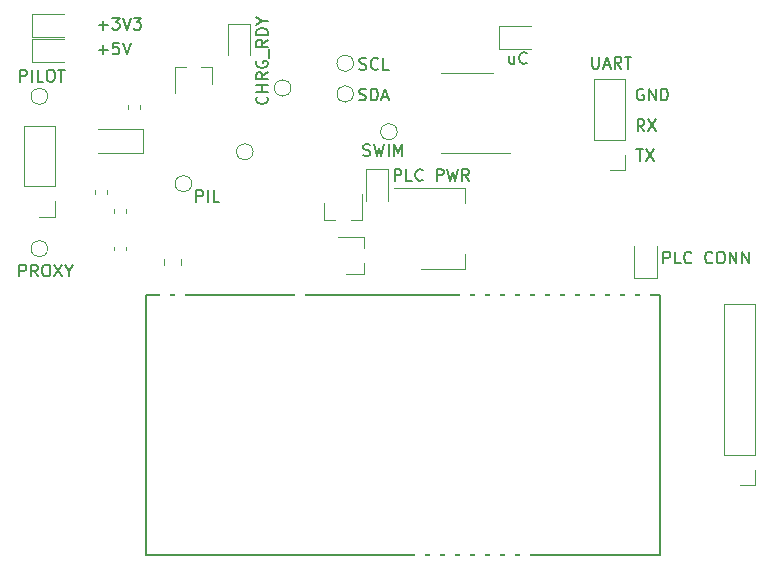
<source format=gbr>
G04 #@! TF.GenerationSoftware,KiCad,Pcbnew,(5.1.6)-1*
G04 #@! TF.CreationDate,2020-06-25T17:10:26+02:00*
G04 #@! TF.ProjectId,plc-EV-rpi,706c632d-4556-42d7-9270-692e6b696361,rev?*
G04 #@! TF.SameCoordinates,Original*
G04 #@! TF.FileFunction,Legend,Top*
G04 #@! TF.FilePolarity,Positive*
%FSLAX46Y46*%
G04 Gerber Fmt 4.6, Leading zero omitted, Abs format (unit mm)*
G04 Created by KiCad (PCBNEW (5.1.6)-1) date 2020-06-25 17:10:26*
%MOMM*%
%LPD*%
G01*
G04 APERTURE LIST*
%ADD10C,0.150000*%
%ADD11C,0.120000*%
%ADD12O,1.800000X1.800000*%
%ADD13R,1.800000X1.800000*%
%ADD14C,1.100000*%
%ADD15R,0.950000X1.800000*%
%ADD16R,2.100000X1.600000*%
%ADD17R,2.100000X3.900000*%
%ADD18R,1.000000X0.900000*%
%ADD19R,0.900000X1.000000*%
%ADD20R,1.200000X1.200000*%
%ADD21C,2.800000*%
G04 APERTURE END LIST*
D10*
X178914285Y-87185714D02*
X178914285Y-87852380D01*
X178485714Y-87185714D02*
X178485714Y-87709523D01*
X178533333Y-87804761D01*
X178628571Y-87852380D01*
X178771428Y-87852380D01*
X178866666Y-87804761D01*
X178914285Y-87757142D01*
X179961904Y-87757142D02*
X179914285Y-87804761D01*
X179771428Y-87852380D01*
X179676190Y-87852380D01*
X179533333Y-87804761D01*
X179438095Y-87709523D01*
X179390476Y-87614285D01*
X179342857Y-87423809D01*
X179342857Y-87280952D01*
X179390476Y-87090476D01*
X179438095Y-86995238D01*
X179533333Y-86900000D01*
X179676190Y-86852380D01*
X179771428Y-86852380D01*
X179914285Y-86900000D01*
X179961904Y-86947619D01*
X189933333Y-93552380D02*
X189600000Y-93076190D01*
X189361904Y-93552380D02*
X189361904Y-92552380D01*
X189742857Y-92552380D01*
X189838095Y-92600000D01*
X189885714Y-92647619D01*
X189933333Y-92742857D01*
X189933333Y-92885714D01*
X189885714Y-92980952D01*
X189838095Y-93028571D01*
X189742857Y-93076190D01*
X189361904Y-93076190D01*
X190266666Y-92552380D02*
X190933333Y-93552380D01*
X190933333Y-92552380D02*
X190266666Y-93552380D01*
X189238095Y-95052380D02*
X189809523Y-95052380D01*
X189523809Y-96052380D02*
X189523809Y-95052380D01*
X190047619Y-95052380D02*
X190714285Y-96052380D01*
X190714285Y-95052380D02*
X190047619Y-96052380D01*
X189838095Y-90000000D02*
X189742857Y-89952380D01*
X189600000Y-89952380D01*
X189457142Y-90000000D01*
X189361904Y-90095238D01*
X189314285Y-90190476D01*
X189266666Y-90380952D01*
X189266666Y-90523809D01*
X189314285Y-90714285D01*
X189361904Y-90809523D01*
X189457142Y-90904761D01*
X189600000Y-90952380D01*
X189695238Y-90952380D01*
X189838095Y-90904761D01*
X189885714Y-90857142D01*
X189885714Y-90523809D01*
X189695238Y-90523809D01*
X190314285Y-90952380D02*
X190314285Y-89952380D01*
X190885714Y-90952380D01*
X190885714Y-89952380D01*
X191361904Y-90952380D02*
X191361904Y-89952380D01*
X191600000Y-89952380D01*
X191742857Y-90000000D01*
X191838095Y-90095238D01*
X191885714Y-90190476D01*
X191933333Y-90380952D01*
X191933333Y-90523809D01*
X191885714Y-90714285D01*
X191838095Y-90809523D01*
X191742857Y-90904761D01*
X191600000Y-90952380D01*
X191361904Y-90952380D01*
X185504761Y-87252380D02*
X185504761Y-88061904D01*
X185552380Y-88157142D01*
X185600000Y-88204761D01*
X185695238Y-88252380D01*
X185885714Y-88252380D01*
X185980952Y-88204761D01*
X186028571Y-88157142D01*
X186076190Y-88061904D01*
X186076190Y-87252380D01*
X186504761Y-87966666D02*
X186980952Y-87966666D01*
X186409523Y-88252380D02*
X186742857Y-87252380D01*
X187076190Y-88252380D01*
X187980952Y-88252380D02*
X187647619Y-87776190D01*
X187409523Y-88252380D02*
X187409523Y-87252380D01*
X187790476Y-87252380D01*
X187885714Y-87300000D01*
X187933333Y-87347619D01*
X187980952Y-87442857D01*
X187980952Y-87585714D01*
X187933333Y-87680952D01*
X187885714Y-87728571D01*
X187790476Y-87776190D01*
X187409523Y-87776190D01*
X188266666Y-87252380D02*
X188838095Y-87252380D01*
X188552380Y-88252380D02*
X188552380Y-87252380D01*
X143714285Y-86671428D02*
X144476190Y-86671428D01*
X144095238Y-87052380D02*
X144095238Y-86290476D01*
X145428571Y-86052380D02*
X144952380Y-86052380D01*
X144904761Y-86528571D01*
X144952380Y-86480952D01*
X145047619Y-86433333D01*
X145285714Y-86433333D01*
X145380952Y-86480952D01*
X145428571Y-86528571D01*
X145476190Y-86623809D01*
X145476190Y-86861904D01*
X145428571Y-86957142D01*
X145380952Y-87004761D01*
X145285714Y-87052380D01*
X145047619Y-87052380D01*
X144952380Y-87004761D01*
X144904761Y-86957142D01*
X145761904Y-86052380D02*
X146095238Y-87052380D01*
X146428571Y-86052380D01*
X143738095Y-84571428D02*
X144500000Y-84571428D01*
X144119047Y-84952380D02*
X144119047Y-84190476D01*
X144880952Y-83952380D02*
X145500000Y-83952380D01*
X145166666Y-84333333D01*
X145309523Y-84333333D01*
X145404761Y-84380952D01*
X145452380Y-84428571D01*
X145500000Y-84523809D01*
X145500000Y-84761904D01*
X145452380Y-84857142D01*
X145404761Y-84904761D01*
X145309523Y-84952380D01*
X145023809Y-84952380D01*
X144928571Y-84904761D01*
X144880952Y-84857142D01*
X145785714Y-83952380D02*
X146119047Y-84952380D01*
X146452380Y-83952380D01*
X146690476Y-83952380D02*
X147309523Y-83952380D01*
X146976190Y-84333333D01*
X147119047Y-84333333D01*
X147214285Y-84380952D01*
X147261904Y-84428571D01*
X147309523Y-84523809D01*
X147309523Y-84761904D01*
X147261904Y-84857142D01*
X147214285Y-84904761D01*
X147119047Y-84952380D01*
X146833333Y-84952380D01*
X146738095Y-84904761D01*
X146690476Y-84857142D01*
X137090476Y-89352380D02*
X137090476Y-88352380D01*
X137471428Y-88352380D01*
X137566666Y-88400000D01*
X137614285Y-88447619D01*
X137661904Y-88542857D01*
X137661904Y-88685714D01*
X137614285Y-88780952D01*
X137566666Y-88828571D01*
X137471428Y-88876190D01*
X137090476Y-88876190D01*
X138090476Y-89352380D02*
X138090476Y-88352380D01*
X139042857Y-89352380D02*
X138566666Y-89352380D01*
X138566666Y-88352380D01*
X139566666Y-88352380D02*
X139757142Y-88352380D01*
X139852380Y-88400000D01*
X139947619Y-88495238D01*
X139995238Y-88685714D01*
X139995238Y-89019047D01*
X139947619Y-89209523D01*
X139852380Y-89304761D01*
X139757142Y-89352380D01*
X139566666Y-89352380D01*
X139471428Y-89304761D01*
X139376190Y-89209523D01*
X139328571Y-89019047D01*
X139328571Y-88685714D01*
X139376190Y-88495238D01*
X139471428Y-88400000D01*
X139566666Y-88352380D01*
X140280952Y-88352380D02*
X140852380Y-88352380D01*
X140566666Y-89352380D02*
X140566666Y-88352380D01*
X137009523Y-105852380D02*
X137009523Y-104852380D01*
X137390476Y-104852380D01*
X137485714Y-104900000D01*
X137533333Y-104947619D01*
X137580952Y-105042857D01*
X137580952Y-105185714D01*
X137533333Y-105280952D01*
X137485714Y-105328571D01*
X137390476Y-105376190D01*
X137009523Y-105376190D01*
X138580952Y-105852380D02*
X138247619Y-105376190D01*
X138009523Y-105852380D02*
X138009523Y-104852380D01*
X138390476Y-104852380D01*
X138485714Y-104900000D01*
X138533333Y-104947619D01*
X138580952Y-105042857D01*
X138580952Y-105185714D01*
X138533333Y-105280952D01*
X138485714Y-105328571D01*
X138390476Y-105376190D01*
X138009523Y-105376190D01*
X139200000Y-104852380D02*
X139390476Y-104852380D01*
X139485714Y-104900000D01*
X139580952Y-104995238D01*
X139628571Y-105185714D01*
X139628571Y-105519047D01*
X139580952Y-105709523D01*
X139485714Y-105804761D01*
X139390476Y-105852380D01*
X139200000Y-105852380D01*
X139104761Y-105804761D01*
X139009523Y-105709523D01*
X138961904Y-105519047D01*
X138961904Y-105185714D01*
X139009523Y-104995238D01*
X139104761Y-104900000D01*
X139200000Y-104852380D01*
X139961904Y-104852380D02*
X140628571Y-105852380D01*
X140628571Y-104852380D02*
X139961904Y-105852380D01*
X141200000Y-105376190D02*
X141200000Y-105852380D01*
X140866666Y-104852380D02*
X141200000Y-105376190D01*
X141533333Y-104852380D01*
X151995238Y-99552380D02*
X151995238Y-98552380D01*
X152376190Y-98552380D01*
X152471428Y-98600000D01*
X152519047Y-98647619D01*
X152566666Y-98742857D01*
X152566666Y-98885714D01*
X152519047Y-98980952D01*
X152471428Y-99028571D01*
X152376190Y-99076190D01*
X151995238Y-99076190D01*
X152995238Y-99552380D02*
X152995238Y-98552380D01*
X153947619Y-99552380D02*
X153471428Y-99552380D01*
X153471428Y-98552380D01*
X157957142Y-90623809D02*
X158004761Y-90671428D01*
X158052380Y-90814285D01*
X158052380Y-90909523D01*
X158004761Y-91052380D01*
X157909523Y-91147619D01*
X157814285Y-91195238D01*
X157623809Y-91242857D01*
X157480952Y-91242857D01*
X157290476Y-91195238D01*
X157195238Y-91147619D01*
X157100000Y-91052380D01*
X157052380Y-90909523D01*
X157052380Y-90814285D01*
X157100000Y-90671428D01*
X157147619Y-90623809D01*
X158052380Y-90195238D02*
X157052380Y-90195238D01*
X157528571Y-90195238D02*
X157528571Y-89623809D01*
X158052380Y-89623809D02*
X157052380Y-89623809D01*
X158052380Y-88576190D02*
X157576190Y-88909523D01*
X158052380Y-89147619D02*
X157052380Y-89147619D01*
X157052380Y-88766666D01*
X157100000Y-88671428D01*
X157147619Y-88623809D01*
X157242857Y-88576190D01*
X157385714Y-88576190D01*
X157480952Y-88623809D01*
X157528571Y-88671428D01*
X157576190Y-88766666D01*
X157576190Y-89147619D01*
X157100000Y-87623809D02*
X157052380Y-87719047D01*
X157052380Y-87861904D01*
X157100000Y-88004761D01*
X157195238Y-88100000D01*
X157290476Y-88147619D01*
X157480952Y-88195238D01*
X157623809Y-88195238D01*
X157814285Y-88147619D01*
X157909523Y-88100000D01*
X158004761Y-88004761D01*
X158052380Y-87861904D01*
X158052380Y-87766666D01*
X158004761Y-87623809D01*
X157957142Y-87576190D01*
X157623809Y-87576190D01*
X157623809Y-87766666D01*
X158147619Y-87385714D02*
X158147619Y-86623809D01*
X158052380Y-85814285D02*
X157576190Y-86147619D01*
X158052380Y-86385714D02*
X157052380Y-86385714D01*
X157052380Y-86004761D01*
X157100000Y-85909523D01*
X157147619Y-85861904D01*
X157242857Y-85814285D01*
X157385714Y-85814285D01*
X157480952Y-85861904D01*
X157528571Y-85909523D01*
X157576190Y-86004761D01*
X157576190Y-86385714D01*
X158052380Y-85385714D02*
X157052380Y-85385714D01*
X157052380Y-85147619D01*
X157100000Y-85004761D01*
X157195238Y-84909523D01*
X157290476Y-84861904D01*
X157480952Y-84814285D01*
X157623809Y-84814285D01*
X157814285Y-84861904D01*
X157909523Y-84909523D01*
X158004761Y-85004761D01*
X158052380Y-85147619D01*
X158052380Y-85385714D01*
X157576190Y-84195238D02*
X158052380Y-84195238D01*
X157052380Y-84528571D02*
X157576190Y-84195238D01*
X157052380Y-83861904D01*
X165809523Y-88304761D02*
X165952380Y-88352380D01*
X166190476Y-88352380D01*
X166285714Y-88304761D01*
X166333333Y-88257142D01*
X166380952Y-88161904D01*
X166380952Y-88066666D01*
X166333333Y-87971428D01*
X166285714Y-87923809D01*
X166190476Y-87876190D01*
X166000000Y-87828571D01*
X165904761Y-87780952D01*
X165857142Y-87733333D01*
X165809523Y-87638095D01*
X165809523Y-87542857D01*
X165857142Y-87447619D01*
X165904761Y-87400000D01*
X166000000Y-87352380D01*
X166238095Y-87352380D01*
X166380952Y-87400000D01*
X167380952Y-88257142D02*
X167333333Y-88304761D01*
X167190476Y-88352380D01*
X167095238Y-88352380D01*
X166952380Y-88304761D01*
X166857142Y-88209523D01*
X166809523Y-88114285D01*
X166761904Y-87923809D01*
X166761904Y-87780952D01*
X166809523Y-87590476D01*
X166857142Y-87495238D01*
X166952380Y-87400000D01*
X167095238Y-87352380D01*
X167190476Y-87352380D01*
X167333333Y-87400000D01*
X167380952Y-87447619D01*
X168285714Y-88352380D02*
X167809523Y-88352380D01*
X167809523Y-87352380D01*
X165785714Y-90904761D02*
X165928571Y-90952380D01*
X166166666Y-90952380D01*
X166261904Y-90904761D01*
X166309523Y-90857142D01*
X166357142Y-90761904D01*
X166357142Y-90666666D01*
X166309523Y-90571428D01*
X166261904Y-90523809D01*
X166166666Y-90476190D01*
X165976190Y-90428571D01*
X165880952Y-90380952D01*
X165833333Y-90333333D01*
X165785714Y-90238095D01*
X165785714Y-90142857D01*
X165833333Y-90047619D01*
X165880952Y-90000000D01*
X165976190Y-89952380D01*
X166214285Y-89952380D01*
X166357142Y-90000000D01*
X166785714Y-90952380D02*
X166785714Y-89952380D01*
X167023809Y-89952380D01*
X167166666Y-90000000D01*
X167261904Y-90095238D01*
X167309523Y-90190476D01*
X167357142Y-90380952D01*
X167357142Y-90523809D01*
X167309523Y-90714285D01*
X167261904Y-90809523D01*
X167166666Y-90904761D01*
X167023809Y-90952380D01*
X166785714Y-90952380D01*
X167738095Y-90666666D02*
X168214285Y-90666666D01*
X167642857Y-90952380D02*
X167976190Y-89952380D01*
X168309523Y-90952380D01*
X166133333Y-95604761D02*
X166276190Y-95652380D01*
X166514285Y-95652380D01*
X166609523Y-95604761D01*
X166657142Y-95557142D01*
X166704761Y-95461904D01*
X166704761Y-95366666D01*
X166657142Y-95271428D01*
X166609523Y-95223809D01*
X166514285Y-95176190D01*
X166323809Y-95128571D01*
X166228571Y-95080952D01*
X166180952Y-95033333D01*
X166133333Y-94938095D01*
X166133333Y-94842857D01*
X166180952Y-94747619D01*
X166228571Y-94700000D01*
X166323809Y-94652380D01*
X166561904Y-94652380D01*
X166704761Y-94700000D01*
X167038095Y-94652380D02*
X167276190Y-95652380D01*
X167466666Y-94938095D01*
X167657142Y-95652380D01*
X167895238Y-94652380D01*
X168276190Y-95652380D02*
X168276190Y-94652380D01*
X168752380Y-95652380D02*
X168752380Y-94652380D01*
X169085714Y-95366666D01*
X169419047Y-94652380D01*
X169419047Y-95652380D01*
X168780952Y-97752380D02*
X168780952Y-96752380D01*
X169161904Y-96752380D01*
X169257142Y-96800000D01*
X169304761Y-96847619D01*
X169352380Y-96942857D01*
X169352380Y-97085714D01*
X169304761Y-97180952D01*
X169257142Y-97228571D01*
X169161904Y-97276190D01*
X168780952Y-97276190D01*
X170257142Y-97752380D02*
X169780952Y-97752380D01*
X169780952Y-96752380D01*
X171161904Y-97657142D02*
X171114285Y-97704761D01*
X170971428Y-97752380D01*
X170876190Y-97752380D01*
X170733333Y-97704761D01*
X170638095Y-97609523D01*
X170590476Y-97514285D01*
X170542857Y-97323809D01*
X170542857Y-97180952D01*
X170590476Y-96990476D01*
X170638095Y-96895238D01*
X170733333Y-96800000D01*
X170876190Y-96752380D01*
X170971428Y-96752380D01*
X171114285Y-96800000D01*
X171161904Y-96847619D01*
X172352380Y-97752380D02*
X172352380Y-96752380D01*
X172733333Y-96752380D01*
X172828571Y-96800000D01*
X172876190Y-96847619D01*
X172923809Y-96942857D01*
X172923809Y-97085714D01*
X172876190Y-97180952D01*
X172828571Y-97228571D01*
X172733333Y-97276190D01*
X172352380Y-97276190D01*
X173257142Y-96752380D02*
X173495238Y-97752380D01*
X173685714Y-97038095D01*
X173876190Y-97752380D01*
X174114285Y-96752380D01*
X175066666Y-97752380D02*
X174733333Y-97276190D01*
X174495238Y-97752380D02*
X174495238Y-96752380D01*
X174876190Y-96752380D01*
X174971428Y-96800000D01*
X175019047Y-96847619D01*
X175066666Y-96942857D01*
X175066666Y-97085714D01*
X175019047Y-97180952D01*
X174971428Y-97228571D01*
X174876190Y-97276190D01*
X174495238Y-97276190D01*
X191535595Y-104752380D02*
X191535595Y-103752380D01*
X191916547Y-103752380D01*
X192011785Y-103800000D01*
X192059404Y-103847619D01*
X192107023Y-103942857D01*
X192107023Y-104085714D01*
X192059404Y-104180952D01*
X192011785Y-104228571D01*
X191916547Y-104276190D01*
X191535595Y-104276190D01*
X193011785Y-104752380D02*
X192535595Y-104752380D01*
X192535595Y-103752380D01*
X193916547Y-104657142D02*
X193868928Y-104704761D01*
X193726071Y-104752380D01*
X193630833Y-104752380D01*
X193487976Y-104704761D01*
X193392738Y-104609523D01*
X193345119Y-104514285D01*
X193297500Y-104323809D01*
X193297500Y-104180952D01*
X193345119Y-103990476D01*
X193392738Y-103895238D01*
X193487976Y-103800000D01*
X193630833Y-103752380D01*
X193726071Y-103752380D01*
X193868928Y-103800000D01*
X193916547Y-103847619D01*
X195678452Y-104657142D02*
X195630833Y-104704761D01*
X195487976Y-104752380D01*
X195392738Y-104752380D01*
X195249880Y-104704761D01*
X195154642Y-104609523D01*
X195107023Y-104514285D01*
X195059404Y-104323809D01*
X195059404Y-104180952D01*
X195107023Y-103990476D01*
X195154642Y-103895238D01*
X195249880Y-103800000D01*
X195392738Y-103752380D01*
X195487976Y-103752380D01*
X195630833Y-103800000D01*
X195678452Y-103847619D01*
X196297500Y-103752380D02*
X196487976Y-103752380D01*
X196583214Y-103800000D01*
X196678452Y-103895238D01*
X196726071Y-104085714D01*
X196726071Y-104419047D01*
X196678452Y-104609523D01*
X196583214Y-104704761D01*
X196487976Y-104752380D01*
X196297500Y-104752380D01*
X196202261Y-104704761D01*
X196107023Y-104609523D01*
X196059404Y-104419047D01*
X196059404Y-104085714D01*
X196107023Y-103895238D01*
X196202261Y-103800000D01*
X196297500Y-103752380D01*
X197154642Y-104752380D02*
X197154642Y-103752380D01*
X197726071Y-104752380D01*
X197726071Y-103752380D01*
X198202261Y-104752380D02*
X198202261Y-103752380D01*
X198773690Y-104752380D01*
X198773690Y-103752380D01*
D11*
G04 #@! TO.C,J601*
X188330000Y-89130000D02*
X185670000Y-89130000D01*
X188330000Y-94270000D02*
X188330000Y-89130000D01*
X185670000Y-94270000D02*
X185670000Y-89130000D01*
X188330000Y-94270000D02*
X185670000Y-94270000D01*
X188330000Y-95540000D02*
X188330000Y-96870000D01*
X188330000Y-96870000D02*
X187000000Y-96870000D01*
G04 #@! TO.C,D601*
X180337500Y-84640000D02*
X177652500Y-84640000D01*
X177652500Y-84640000D02*
X177652500Y-86560000D01*
X177652500Y-86560000D02*
X180337500Y-86560000D01*
G04 #@! TO.C,TP603*
X169000000Y-93600000D02*
G75*
G03*
X169000000Y-93600000I-700000J0D01*
G01*
G04 #@! TO.C,TP602*
X165300000Y-90400000D02*
G75*
G03*
X165300000Y-90400000I-700000J0D01*
G01*
G04 #@! TO.C,TP601*
X165300000Y-87800000D02*
G75*
G03*
X165300000Y-87800000I-700000J0D01*
G01*
G04 #@! TO.C,TP401*
X139400000Y-103500000D02*
G75*
G03*
X139400000Y-103500000I-700000J0D01*
G01*
G04 #@! TO.C,TP304*
X156800000Y-95300000D02*
G75*
G03*
X156800000Y-95300000I-700000J0D01*
G01*
G04 #@! TO.C,TP303*
X151600000Y-98000000D02*
G75*
G03*
X151600000Y-98000000I-700000J0D01*
G01*
G04 #@! TO.C,TP302*
X160000000Y-89900000D02*
G75*
G03*
X160000000Y-89900000I-700000J0D01*
G01*
G04 #@! TO.C,TP301*
X139400000Y-90600000D02*
G75*
G03*
X139400000Y-90600000I-700000J0D01*
G01*
G04 #@! TO.C,U601*
X174937500Y-88590000D02*
X172737500Y-88590000D01*
X174937500Y-88590000D02*
X177137500Y-88590000D01*
X174937500Y-95360000D02*
X172737500Y-95360000D01*
X174937500Y-95360000D02*
X178537500Y-95360000D01*
D10*
G04 #@! TO.C,U502*
X191250000Y-107400000D02*
X147750000Y-107400000D01*
X191250000Y-129400000D02*
X191250000Y-107400000D01*
X147750000Y-129400000D02*
X191250000Y-129400000D01*
X147750000Y-107400000D02*
X147750000Y-129400000D01*
D11*
G04 #@! TO.C,U501*
X174760000Y-105210000D02*
X174760000Y-103950000D01*
X174760000Y-98390000D02*
X174760000Y-99650000D01*
X171000000Y-105210000D02*
X174760000Y-105210000D01*
X168750000Y-98390000D02*
X174760000Y-98390000D01*
G04 #@! TO.C,R508*
X149290000Y-104921078D02*
X149290000Y-104403922D01*
X150710000Y-104921078D02*
X150710000Y-104403922D01*
G04 #@! TO.C,R404*
X146010000Y-103324721D02*
X146010000Y-103650279D01*
X144990000Y-103324721D02*
X144990000Y-103650279D01*
G04 #@! TO.C,R403*
X146010000Y-100149721D02*
X146010000Y-100475279D01*
X144990000Y-100149721D02*
X144990000Y-100475279D01*
G04 #@! TO.C,R402*
X144410000Y-98537221D02*
X144410000Y-98862779D01*
X143390000Y-98537221D02*
X143390000Y-98862779D01*
G04 #@! TO.C,R303*
X147210000Y-91349721D02*
X147210000Y-91675279D01*
X146190000Y-91349721D02*
X146190000Y-91675279D01*
G04 #@! TO.C,Q502*
X166160000Y-105680000D02*
X166160000Y-104750000D01*
X166160000Y-102520000D02*
X166160000Y-103450000D01*
X166160000Y-102520000D02*
X164000000Y-102520000D01*
X166160000Y-105680000D02*
X164700000Y-105680000D01*
G04 #@! TO.C,Q501*
X162820000Y-101060000D02*
X163750000Y-101060000D01*
X165980000Y-101060000D02*
X165050000Y-101060000D01*
X165980000Y-101060000D02*
X165980000Y-98900000D01*
X162820000Y-101060000D02*
X162820000Y-99600000D01*
G04 #@! TO.C,Q301*
X153330000Y-88140000D02*
X152400000Y-88140000D01*
X150170000Y-88140000D02*
X151100000Y-88140000D01*
X150170000Y-88140000D02*
X150170000Y-90300000D01*
X153330000Y-88140000D02*
X153330000Y-89600000D01*
G04 #@! TO.C,J501*
X199330000Y-108170000D02*
X196670000Y-108170000D01*
X199330000Y-120930000D02*
X199330000Y-108170000D01*
X196670000Y-120930000D02*
X196670000Y-108170000D01*
X199330000Y-120930000D02*
X196670000Y-120930000D01*
X199330000Y-122200000D02*
X199330000Y-123530000D01*
X199330000Y-123530000D02*
X198000000Y-123530000D01*
G04 #@! TO.C,J101*
X140030000Y-93090000D02*
X137370000Y-93090000D01*
X140030000Y-98230000D02*
X140030000Y-93090000D01*
X137370000Y-98230000D02*
X137370000Y-93090000D01*
X140030000Y-98230000D02*
X137370000Y-98230000D01*
X140030000Y-99500000D02*
X140030000Y-100830000D01*
X140030000Y-100830000D02*
X138700000Y-100830000D01*
G04 #@! TO.C,D502*
X168260000Y-99437500D02*
X168260000Y-96752500D01*
X168260000Y-96752500D02*
X166340000Y-96752500D01*
X166340000Y-96752500D02*
X166340000Y-99437500D01*
G04 #@! TO.C,D501*
X189040000Y-103262500D02*
X189040000Y-105947500D01*
X189040000Y-105947500D02*
X190960000Y-105947500D01*
X190960000Y-105947500D02*
X190960000Y-103262500D01*
G04 #@! TO.C,D301*
X147500000Y-95400000D02*
X147500000Y-93400000D01*
X147500000Y-93400000D02*
X143650000Y-93400000D01*
X147500000Y-95400000D02*
X143650000Y-95400000D01*
G04 #@! TO.C,D203*
X140762500Y-85740000D02*
X138077500Y-85740000D01*
X138077500Y-85740000D02*
X138077500Y-87660000D01*
X138077500Y-87660000D02*
X140762500Y-87660000D01*
G04 #@! TO.C,D202*
X140762500Y-83640000D02*
X138077500Y-83640000D01*
X138077500Y-83640000D02*
X138077500Y-85560000D01*
X138077500Y-85560000D02*
X140762500Y-85560000D01*
G04 #@! TO.C,D201*
X156560000Y-87137500D02*
X156560000Y-84452500D01*
X156560000Y-84452500D02*
X154640000Y-84452500D01*
X154640000Y-84452500D02*
X154640000Y-87137500D01*
G04 #@! TD*
%LPC*%
G04 #@! TO.C,R601*
G36*
G01*
X182097500Y-91675000D02*
X181702500Y-91675000D01*
G75*
G02*
X181530000Y-91502500I0J172500D01*
G01*
X181530000Y-91157500D01*
G75*
G02*
X181702500Y-90985000I172500J0D01*
G01*
X182097500Y-90985000D01*
G75*
G02*
X182270000Y-91157500I0J-172500D01*
G01*
X182270000Y-91502500D01*
G75*
G02*
X182097500Y-91675000I-172500J0D01*
G01*
G37*
G36*
G01*
X182097500Y-92645000D02*
X181702500Y-92645000D01*
G75*
G02*
X181530000Y-92472500I0J172500D01*
G01*
X181530000Y-92127500D01*
G75*
G02*
X181702500Y-91955000I172500J0D01*
G01*
X182097500Y-91955000D01*
G75*
G02*
X182270000Y-92127500I0J-172500D01*
G01*
X182270000Y-92472500D01*
G75*
G02*
X182097500Y-92645000I-172500J0D01*
G01*
G37*
G04 #@! TD*
D12*
G04 #@! TO.C,J601*
X187000000Y-90460000D03*
X187000000Y-93000000D03*
D13*
X187000000Y-95540000D03*
G04 #@! TD*
G04 #@! TO.C,D601*
G36*
G01*
X179737500Y-86081250D02*
X179737500Y-85118750D01*
G75*
G02*
X180006250Y-84850000I268750J0D01*
G01*
X180543750Y-84850000D01*
G75*
G02*
X180812500Y-85118750I0J-268750D01*
G01*
X180812500Y-86081250D01*
G75*
G02*
X180543750Y-86350000I-268750J0D01*
G01*
X180006250Y-86350000D01*
G75*
G02*
X179737500Y-86081250I0J268750D01*
G01*
G37*
G36*
G01*
X177862500Y-86081250D02*
X177862500Y-85118750D01*
G75*
G02*
X178131250Y-84850000I268750J0D01*
G01*
X178668750Y-84850000D01*
G75*
G02*
X178937500Y-85118750I0J-268750D01*
G01*
X178937500Y-86081250D01*
G75*
G02*
X178668750Y-86350000I-268750J0D01*
G01*
X178131250Y-86350000D01*
G75*
G02*
X177862500Y-86081250I0J268750D01*
G01*
G37*
G04 #@! TD*
D14*
G04 #@! TO.C,TP603*
X168300000Y-93600000D03*
G04 #@! TD*
G04 #@! TO.C,TP602*
X164600000Y-90400000D03*
G04 #@! TD*
G04 #@! TO.C,TP601*
X164600000Y-87800000D03*
G04 #@! TD*
G04 #@! TO.C,TP401*
X138700000Y-103500000D03*
G04 #@! TD*
G04 #@! TO.C,TP304*
X156100000Y-95300000D03*
G04 #@! TD*
G04 #@! TO.C,TP303*
X150900000Y-98000000D03*
G04 #@! TD*
G04 #@! TO.C,TP302*
X159300000Y-89900000D03*
G04 #@! TD*
G04 #@! TO.C,TP301*
X138700000Y-90600000D03*
G04 #@! TD*
G04 #@! TO.C,U601*
G36*
G01*
X172862500Y-94775000D02*
X172862500Y-95025000D01*
G75*
G02*
X172737500Y-95150000I-125000J0D01*
G01*
X171412500Y-95150000D01*
G75*
G02*
X171287500Y-95025000I0J125000D01*
G01*
X171287500Y-94775000D01*
G75*
G02*
X171412500Y-94650000I125000J0D01*
G01*
X172737500Y-94650000D01*
G75*
G02*
X172862500Y-94775000I0J-125000D01*
G01*
G37*
G36*
G01*
X172862500Y-94125000D02*
X172862500Y-94375000D01*
G75*
G02*
X172737500Y-94500000I-125000J0D01*
G01*
X171412500Y-94500000D01*
G75*
G02*
X171287500Y-94375000I0J125000D01*
G01*
X171287500Y-94125000D01*
G75*
G02*
X171412500Y-94000000I125000J0D01*
G01*
X172737500Y-94000000D01*
G75*
G02*
X172862500Y-94125000I0J-125000D01*
G01*
G37*
G36*
G01*
X172862500Y-93475000D02*
X172862500Y-93725000D01*
G75*
G02*
X172737500Y-93850000I-125000J0D01*
G01*
X171412500Y-93850000D01*
G75*
G02*
X171287500Y-93725000I0J125000D01*
G01*
X171287500Y-93475000D01*
G75*
G02*
X171412500Y-93350000I125000J0D01*
G01*
X172737500Y-93350000D01*
G75*
G02*
X172862500Y-93475000I0J-125000D01*
G01*
G37*
G36*
G01*
X172862500Y-92825000D02*
X172862500Y-93075000D01*
G75*
G02*
X172737500Y-93200000I-125000J0D01*
G01*
X171412500Y-93200000D01*
G75*
G02*
X171287500Y-93075000I0J125000D01*
G01*
X171287500Y-92825000D01*
G75*
G02*
X171412500Y-92700000I125000J0D01*
G01*
X172737500Y-92700000D01*
G75*
G02*
X172862500Y-92825000I0J-125000D01*
G01*
G37*
G36*
G01*
X172862500Y-92175000D02*
X172862500Y-92425000D01*
G75*
G02*
X172737500Y-92550000I-125000J0D01*
G01*
X171412500Y-92550000D01*
G75*
G02*
X171287500Y-92425000I0J125000D01*
G01*
X171287500Y-92175000D01*
G75*
G02*
X171412500Y-92050000I125000J0D01*
G01*
X172737500Y-92050000D01*
G75*
G02*
X172862500Y-92175000I0J-125000D01*
G01*
G37*
G36*
G01*
X172862500Y-91525000D02*
X172862500Y-91775000D01*
G75*
G02*
X172737500Y-91900000I-125000J0D01*
G01*
X171412500Y-91900000D01*
G75*
G02*
X171287500Y-91775000I0J125000D01*
G01*
X171287500Y-91525000D01*
G75*
G02*
X171412500Y-91400000I125000J0D01*
G01*
X172737500Y-91400000D01*
G75*
G02*
X172862500Y-91525000I0J-125000D01*
G01*
G37*
G36*
G01*
X172862500Y-90875000D02*
X172862500Y-91125000D01*
G75*
G02*
X172737500Y-91250000I-125000J0D01*
G01*
X171412500Y-91250000D01*
G75*
G02*
X171287500Y-91125000I0J125000D01*
G01*
X171287500Y-90875000D01*
G75*
G02*
X171412500Y-90750000I125000J0D01*
G01*
X172737500Y-90750000D01*
G75*
G02*
X172862500Y-90875000I0J-125000D01*
G01*
G37*
G36*
G01*
X172862500Y-90225000D02*
X172862500Y-90475000D01*
G75*
G02*
X172737500Y-90600000I-125000J0D01*
G01*
X171412500Y-90600000D01*
G75*
G02*
X171287500Y-90475000I0J125000D01*
G01*
X171287500Y-90225000D01*
G75*
G02*
X171412500Y-90100000I125000J0D01*
G01*
X172737500Y-90100000D01*
G75*
G02*
X172862500Y-90225000I0J-125000D01*
G01*
G37*
G36*
G01*
X172862500Y-89575000D02*
X172862500Y-89825000D01*
G75*
G02*
X172737500Y-89950000I-125000J0D01*
G01*
X171412500Y-89950000D01*
G75*
G02*
X171287500Y-89825000I0J125000D01*
G01*
X171287500Y-89575000D01*
G75*
G02*
X171412500Y-89450000I125000J0D01*
G01*
X172737500Y-89450000D01*
G75*
G02*
X172862500Y-89575000I0J-125000D01*
G01*
G37*
G36*
G01*
X172862500Y-88925000D02*
X172862500Y-89175000D01*
G75*
G02*
X172737500Y-89300000I-125000J0D01*
G01*
X171412500Y-89300000D01*
G75*
G02*
X171287500Y-89175000I0J125000D01*
G01*
X171287500Y-88925000D01*
G75*
G02*
X171412500Y-88800000I125000J0D01*
G01*
X172737500Y-88800000D01*
G75*
G02*
X172862500Y-88925000I0J-125000D01*
G01*
G37*
G36*
G01*
X178587500Y-88925000D02*
X178587500Y-89175000D01*
G75*
G02*
X178462500Y-89300000I-125000J0D01*
G01*
X177137500Y-89300000D01*
G75*
G02*
X177012500Y-89175000I0J125000D01*
G01*
X177012500Y-88925000D01*
G75*
G02*
X177137500Y-88800000I125000J0D01*
G01*
X178462500Y-88800000D01*
G75*
G02*
X178587500Y-88925000I0J-125000D01*
G01*
G37*
G36*
G01*
X178587500Y-89575000D02*
X178587500Y-89825000D01*
G75*
G02*
X178462500Y-89950000I-125000J0D01*
G01*
X177137500Y-89950000D01*
G75*
G02*
X177012500Y-89825000I0J125000D01*
G01*
X177012500Y-89575000D01*
G75*
G02*
X177137500Y-89450000I125000J0D01*
G01*
X178462500Y-89450000D01*
G75*
G02*
X178587500Y-89575000I0J-125000D01*
G01*
G37*
G36*
G01*
X178587500Y-90225000D02*
X178587500Y-90475000D01*
G75*
G02*
X178462500Y-90600000I-125000J0D01*
G01*
X177137500Y-90600000D01*
G75*
G02*
X177012500Y-90475000I0J125000D01*
G01*
X177012500Y-90225000D01*
G75*
G02*
X177137500Y-90100000I125000J0D01*
G01*
X178462500Y-90100000D01*
G75*
G02*
X178587500Y-90225000I0J-125000D01*
G01*
G37*
G36*
G01*
X178587500Y-90875000D02*
X178587500Y-91125000D01*
G75*
G02*
X178462500Y-91250000I-125000J0D01*
G01*
X177137500Y-91250000D01*
G75*
G02*
X177012500Y-91125000I0J125000D01*
G01*
X177012500Y-90875000D01*
G75*
G02*
X177137500Y-90750000I125000J0D01*
G01*
X178462500Y-90750000D01*
G75*
G02*
X178587500Y-90875000I0J-125000D01*
G01*
G37*
G36*
G01*
X178587500Y-91525000D02*
X178587500Y-91775000D01*
G75*
G02*
X178462500Y-91900000I-125000J0D01*
G01*
X177137500Y-91900000D01*
G75*
G02*
X177012500Y-91775000I0J125000D01*
G01*
X177012500Y-91525000D01*
G75*
G02*
X177137500Y-91400000I125000J0D01*
G01*
X178462500Y-91400000D01*
G75*
G02*
X178587500Y-91525000I0J-125000D01*
G01*
G37*
G36*
G01*
X178587500Y-92175000D02*
X178587500Y-92425000D01*
G75*
G02*
X178462500Y-92550000I-125000J0D01*
G01*
X177137500Y-92550000D01*
G75*
G02*
X177012500Y-92425000I0J125000D01*
G01*
X177012500Y-92175000D01*
G75*
G02*
X177137500Y-92050000I125000J0D01*
G01*
X178462500Y-92050000D01*
G75*
G02*
X178587500Y-92175000I0J-125000D01*
G01*
G37*
G36*
G01*
X178587500Y-92825000D02*
X178587500Y-93075000D01*
G75*
G02*
X178462500Y-93200000I-125000J0D01*
G01*
X177137500Y-93200000D01*
G75*
G02*
X177012500Y-93075000I0J125000D01*
G01*
X177012500Y-92825000D01*
G75*
G02*
X177137500Y-92700000I125000J0D01*
G01*
X178462500Y-92700000D01*
G75*
G02*
X178587500Y-92825000I0J-125000D01*
G01*
G37*
G36*
G01*
X178587500Y-93475000D02*
X178587500Y-93725000D01*
G75*
G02*
X178462500Y-93850000I-125000J0D01*
G01*
X177137500Y-93850000D01*
G75*
G02*
X177012500Y-93725000I0J125000D01*
G01*
X177012500Y-93475000D01*
G75*
G02*
X177137500Y-93350000I125000J0D01*
G01*
X178462500Y-93350000D01*
G75*
G02*
X178587500Y-93475000I0J-125000D01*
G01*
G37*
G36*
G01*
X178587500Y-94125000D02*
X178587500Y-94375000D01*
G75*
G02*
X178462500Y-94500000I-125000J0D01*
G01*
X177137500Y-94500000D01*
G75*
G02*
X177012500Y-94375000I0J125000D01*
G01*
X177012500Y-94125000D01*
G75*
G02*
X177137500Y-94000000I125000J0D01*
G01*
X178462500Y-94000000D01*
G75*
G02*
X178587500Y-94125000I0J-125000D01*
G01*
G37*
G36*
G01*
X178587500Y-94775000D02*
X178587500Y-95025000D01*
G75*
G02*
X178462500Y-95150000I-125000J0D01*
G01*
X177137500Y-95150000D01*
G75*
G02*
X177012500Y-95025000I0J125000D01*
G01*
X177012500Y-94775000D01*
G75*
G02*
X177137500Y-94650000I125000J0D01*
G01*
X178462500Y-94650000D01*
G75*
G02*
X178587500Y-94775000I0J-125000D01*
G01*
G37*
G04 #@! TD*
D15*
G04 #@! TO.C,U502*
X179820000Y-129060000D03*
X178550000Y-129060000D03*
X177280000Y-129060000D03*
X176010000Y-129060000D03*
X174740000Y-129060000D03*
X173470000Y-129060000D03*
X172200000Y-129060000D03*
X170930000Y-129060000D03*
X149340000Y-107740000D03*
X150610000Y-107740000D03*
X160770000Y-107740000D03*
X174740000Y-107740000D03*
X176010000Y-107740000D03*
X177280000Y-107740000D03*
X178550000Y-107740000D03*
X179820000Y-107740000D03*
X181090000Y-107740000D03*
X182360000Y-107740000D03*
X183630000Y-107740000D03*
X184900000Y-107740000D03*
X186170000Y-107740000D03*
X187440000Y-107740000D03*
X188710000Y-107740000D03*
X189980000Y-107740000D03*
G04 #@! TD*
D16*
G04 #@! TO.C,U501*
X169700000Y-99500000D03*
X169700000Y-104100000D03*
X169700000Y-101800000D03*
D17*
X176000000Y-101800000D03*
G04 #@! TD*
G04 #@! TO.C,R509*
G36*
G01*
X167997500Y-101175000D02*
X167602500Y-101175000D01*
G75*
G02*
X167430000Y-101002500I0J172500D01*
G01*
X167430000Y-100657500D01*
G75*
G02*
X167602500Y-100485000I172500J0D01*
G01*
X167997500Y-100485000D01*
G75*
G02*
X168170000Y-100657500I0J-172500D01*
G01*
X168170000Y-101002500D01*
G75*
G02*
X167997500Y-101175000I-172500J0D01*
G01*
G37*
G36*
G01*
X167997500Y-102145000D02*
X167602500Y-102145000D01*
G75*
G02*
X167430000Y-101972500I0J172500D01*
G01*
X167430000Y-101627500D01*
G75*
G02*
X167602500Y-101455000I172500J0D01*
G01*
X167997500Y-101455000D01*
G75*
G02*
X168170000Y-101627500I0J-172500D01*
G01*
X168170000Y-101972500D01*
G75*
G02*
X167997500Y-102145000I-172500J0D01*
G01*
G37*
G04 #@! TD*
G04 #@! TO.C,R508*
G36*
G01*
X150481250Y-104262500D02*
X149518750Y-104262500D01*
G75*
G02*
X149250000Y-103993750I0J268750D01*
G01*
X149250000Y-103456250D01*
G75*
G02*
X149518750Y-103187500I268750J0D01*
G01*
X150481250Y-103187500D01*
G75*
G02*
X150750000Y-103456250I0J-268750D01*
G01*
X150750000Y-103993750D01*
G75*
G02*
X150481250Y-104262500I-268750J0D01*
G01*
G37*
G36*
G01*
X150481250Y-106137500D02*
X149518750Y-106137500D01*
G75*
G02*
X149250000Y-105868750I0J268750D01*
G01*
X149250000Y-105331250D01*
G75*
G02*
X149518750Y-105062500I268750J0D01*
G01*
X150481250Y-105062500D01*
G75*
G02*
X150750000Y-105331250I0J-268750D01*
G01*
X150750000Y-105868750D01*
G75*
G02*
X150481250Y-106137500I-268750J0D01*
G01*
G37*
G04 #@! TD*
G04 #@! TO.C,R507*
G36*
G01*
X174060000Y-105802500D02*
X174060000Y-106197500D01*
G75*
G02*
X173887500Y-106370000I-172500J0D01*
G01*
X173542500Y-106370000D01*
G75*
G02*
X173370000Y-106197500I0J172500D01*
G01*
X173370000Y-105802500D01*
G75*
G02*
X173542500Y-105630000I172500J0D01*
G01*
X173887500Y-105630000D01*
G75*
G02*
X174060000Y-105802500I0J-172500D01*
G01*
G37*
G36*
G01*
X175030000Y-105802500D02*
X175030000Y-106197500D01*
G75*
G02*
X174857500Y-106370000I-172500J0D01*
G01*
X174512500Y-106370000D01*
G75*
G02*
X174340000Y-106197500I0J172500D01*
G01*
X174340000Y-105802500D01*
G75*
G02*
X174512500Y-105630000I172500J0D01*
G01*
X174857500Y-105630000D01*
G75*
G02*
X175030000Y-105802500I0J-172500D01*
G01*
G37*
G04 #@! TD*
G04 #@! TO.C,R506*
G36*
G01*
X164275000Y-97702500D02*
X164275000Y-98097500D01*
G75*
G02*
X164102500Y-98270000I-172500J0D01*
G01*
X163757500Y-98270000D01*
G75*
G02*
X163585000Y-98097500I0J172500D01*
G01*
X163585000Y-97702500D01*
G75*
G02*
X163757500Y-97530000I172500J0D01*
G01*
X164102500Y-97530000D01*
G75*
G02*
X164275000Y-97702500I0J-172500D01*
G01*
G37*
G36*
G01*
X165245000Y-97702500D02*
X165245000Y-98097500D01*
G75*
G02*
X165072500Y-98270000I-172500J0D01*
G01*
X164727500Y-98270000D01*
G75*
G02*
X164555000Y-98097500I0J172500D01*
G01*
X164555000Y-97702500D01*
G75*
G02*
X164727500Y-97530000I172500J0D01*
G01*
X165072500Y-97530000D01*
G75*
G02*
X165245000Y-97702500I0J-172500D01*
G01*
G37*
G04 #@! TD*
G04 #@! TO.C,R505*
G36*
G01*
X163197500Y-103945000D02*
X162802500Y-103945000D01*
G75*
G02*
X162630000Y-103772500I0J172500D01*
G01*
X162630000Y-103427500D01*
G75*
G02*
X162802500Y-103255000I172500J0D01*
G01*
X163197500Y-103255000D01*
G75*
G02*
X163370000Y-103427500I0J-172500D01*
G01*
X163370000Y-103772500D01*
G75*
G02*
X163197500Y-103945000I-172500J0D01*
G01*
G37*
G36*
G01*
X163197500Y-104915000D02*
X162802500Y-104915000D01*
G75*
G02*
X162630000Y-104742500I0J172500D01*
G01*
X162630000Y-104397500D01*
G75*
G02*
X162802500Y-104225000I172500J0D01*
G01*
X163197500Y-104225000D01*
G75*
G02*
X163370000Y-104397500I0J-172500D01*
G01*
X163370000Y-104742500D01*
G75*
G02*
X163197500Y-104915000I-172500J0D01*
G01*
G37*
G04 #@! TD*
G04 #@! TO.C,R504*
G36*
G01*
X181445000Y-102902500D02*
X181445000Y-103297500D01*
G75*
G02*
X181272500Y-103470000I-172500J0D01*
G01*
X180927500Y-103470000D01*
G75*
G02*
X180755000Y-103297500I0J172500D01*
G01*
X180755000Y-102902500D01*
G75*
G02*
X180927500Y-102730000I172500J0D01*
G01*
X181272500Y-102730000D01*
G75*
G02*
X181445000Y-102902500I0J-172500D01*
G01*
G37*
G36*
G01*
X182415000Y-102902500D02*
X182415000Y-103297500D01*
G75*
G02*
X182242500Y-103470000I-172500J0D01*
G01*
X181897500Y-103470000D01*
G75*
G02*
X181725000Y-103297500I0J172500D01*
G01*
X181725000Y-102902500D01*
G75*
G02*
X181897500Y-102730000I172500J0D01*
G01*
X182242500Y-102730000D01*
G75*
G02*
X182415000Y-102902500I0J-172500D01*
G01*
G37*
G04 #@! TD*
G04 #@! TO.C,R503*
G36*
G01*
X187497500Y-104575000D02*
X187102500Y-104575000D01*
G75*
G02*
X186930000Y-104402500I0J172500D01*
G01*
X186930000Y-104057500D01*
G75*
G02*
X187102500Y-103885000I172500J0D01*
G01*
X187497500Y-103885000D01*
G75*
G02*
X187670000Y-104057500I0J-172500D01*
G01*
X187670000Y-104402500D01*
G75*
G02*
X187497500Y-104575000I-172500J0D01*
G01*
G37*
G36*
G01*
X187497500Y-105545000D02*
X187102500Y-105545000D01*
G75*
G02*
X186930000Y-105372500I0J172500D01*
G01*
X186930000Y-105027500D01*
G75*
G02*
X187102500Y-104855000I172500J0D01*
G01*
X187497500Y-104855000D01*
G75*
G02*
X187670000Y-105027500I0J-172500D01*
G01*
X187670000Y-105372500D01*
G75*
G02*
X187497500Y-105545000I-172500J0D01*
G01*
G37*
G04 #@! TD*
G04 #@! TO.C,R502*
G36*
G01*
X188597500Y-104575000D02*
X188202500Y-104575000D01*
G75*
G02*
X188030000Y-104402500I0J172500D01*
G01*
X188030000Y-104057500D01*
G75*
G02*
X188202500Y-103885000I172500J0D01*
G01*
X188597500Y-103885000D01*
G75*
G02*
X188770000Y-104057500I0J-172500D01*
G01*
X188770000Y-104402500D01*
G75*
G02*
X188597500Y-104575000I-172500J0D01*
G01*
G37*
G36*
G01*
X188597500Y-105545000D02*
X188202500Y-105545000D01*
G75*
G02*
X188030000Y-105372500I0J172500D01*
G01*
X188030000Y-105027500D01*
G75*
G02*
X188202500Y-104855000I172500J0D01*
G01*
X188597500Y-104855000D01*
G75*
G02*
X188770000Y-105027500I0J-172500D01*
G01*
X188770000Y-105372500D01*
G75*
G02*
X188597500Y-105545000I-172500J0D01*
G01*
G37*
G04 #@! TD*
G04 #@! TO.C,R501*
G36*
G01*
X189655000Y-102097500D02*
X189655000Y-101702500D01*
G75*
G02*
X189827500Y-101530000I172500J0D01*
G01*
X190172500Y-101530000D01*
G75*
G02*
X190345000Y-101702500I0J-172500D01*
G01*
X190345000Y-102097500D01*
G75*
G02*
X190172500Y-102270000I-172500J0D01*
G01*
X189827500Y-102270000D01*
G75*
G02*
X189655000Y-102097500I0J172500D01*
G01*
G37*
G36*
G01*
X188685000Y-102097500D02*
X188685000Y-101702500D01*
G75*
G02*
X188857500Y-101530000I172500J0D01*
G01*
X189202500Y-101530000D01*
G75*
G02*
X189375000Y-101702500I0J-172500D01*
G01*
X189375000Y-102097500D01*
G75*
G02*
X189202500Y-102270000I-172500J0D01*
G01*
X188857500Y-102270000D01*
G75*
G02*
X188685000Y-102097500I0J172500D01*
G01*
G37*
G04 #@! TD*
G04 #@! TO.C,R404*
G36*
G01*
X145218750Y-103787500D02*
X145781250Y-103787500D01*
G75*
G02*
X146025000Y-104031250I0J-243750D01*
G01*
X146025000Y-104518750D01*
G75*
G02*
X145781250Y-104762500I-243750J0D01*
G01*
X145218750Y-104762500D01*
G75*
G02*
X144975000Y-104518750I0J243750D01*
G01*
X144975000Y-104031250D01*
G75*
G02*
X145218750Y-103787500I243750J0D01*
G01*
G37*
G36*
G01*
X145218750Y-102212500D02*
X145781250Y-102212500D01*
G75*
G02*
X146025000Y-102456250I0J-243750D01*
G01*
X146025000Y-102943750D01*
G75*
G02*
X145781250Y-103187500I-243750J0D01*
G01*
X145218750Y-103187500D01*
G75*
G02*
X144975000Y-102943750I0J243750D01*
G01*
X144975000Y-102456250D01*
G75*
G02*
X145218750Y-102212500I243750J0D01*
G01*
G37*
G04 #@! TD*
G04 #@! TO.C,R403*
G36*
G01*
X145218750Y-100612500D02*
X145781250Y-100612500D01*
G75*
G02*
X146025000Y-100856250I0J-243750D01*
G01*
X146025000Y-101343750D01*
G75*
G02*
X145781250Y-101587500I-243750J0D01*
G01*
X145218750Y-101587500D01*
G75*
G02*
X144975000Y-101343750I0J243750D01*
G01*
X144975000Y-100856250D01*
G75*
G02*
X145218750Y-100612500I243750J0D01*
G01*
G37*
G36*
G01*
X145218750Y-99037500D02*
X145781250Y-99037500D01*
G75*
G02*
X146025000Y-99281250I0J-243750D01*
G01*
X146025000Y-99768750D01*
G75*
G02*
X145781250Y-100012500I-243750J0D01*
G01*
X145218750Y-100012500D01*
G75*
G02*
X144975000Y-99768750I0J243750D01*
G01*
X144975000Y-99281250D01*
G75*
G02*
X145218750Y-99037500I243750J0D01*
G01*
G37*
G04 #@! TD*
G04 #@! TO.C,R402*
G36*
G01*
X143618750Y-99000000D02*
X144181250Y-99000000D01*
G75*
G02*
X144425000Y-99243750I0J-243750D01*
G01*
X144425000Y-99731250D01*
G75*
G02*
X144181250Y-99975000I-243750J0D01*
G01*
X143618750Y-99975000D01*
G75*
G02*
X143375000Y-99731250I0J243750D01*
G01*
X143375000Y-99243750D01*
G75*
G02*
X143618750Y-99000000I243750J0D01*
G01*
G37*
G36*
G01*
X143618750Y-97425000D02*
X144181250Y-97425000D01*
G75*
G02*
X144425000Y-97668750I0J-243750D01*
G01*
X144425000Y-98156250D01*
G75*
G02*
X144181250Y-98400000I-243750J0D01*
G01*
X143618750Y-98400000D01*
G75*
G02*
X143375000Y-98156250I0J243750D01*
G01*
X143375000Y-97668750D01*
G75*
G02*
X143618750Y-97425000I243750J0D01*
G01*
G37*
G04 #@! TD*
G04 #@! TO.C,R401*
G36*
G01*
X142302500Y-100140000D02*
X142697500Y-100140000D01*
G75*
G02*
X142870000Y-100312500I0J-172500D01*
G01*
X142870000Y-100657500D01*
G75*
G02*
X142697500Y-100830000I-172500J0D01*
G01*
X142302500Y-100830000D01*
G75*
G02*
X142130000Y-100657500I0J172500D01*
G01*
X142130000Y-100312500D01*
G75*
G02*
X142302500Y-100140000I172500J0D01*
G01*
G37*
G36*
G01*
X142302500Y-99170000D02*
X142697500Y-99170000D01*
G75*
G02*
X142870000Y-99342500I0J-172500D01*
G01*
X142870000Y-99687500D01*
G75*
G02*
X142697500Y-99860000I-172500J0D01*
G01*
X142302500Y-99860000D01*
G75*
G02*
X142130000Y-99687500I0J172500D01*
G01*
X142130000Y-99342500D01*
G75*
G02*
X142302500Y-99170000I172500J0D01*
G01*
G37*
G04 #@! TD*
G04 #@! TO.C,R308*
G36*
G01*
X154397500Y-96745000D02*
X154002500Y-96745000D01*
G75*
G02*
X153830000Y-96572500I0J172500D01*
G01*
X153830000Y-96227500D01*
G75*
G02*
X154002500Y-96055000I172500J0D01*
G01*
X154397500Y-96055000D01*
G75*
G02*
X154570000Y-96227500I0J-172500D01*
G01*
X154570000Y-96572500D01*
G75*
G02*
X154397500Y-96745000I-172500J0D01*
G01*
G37*
G36*
G01*
X154397500Y-97715000D02*
X154002500Y-97715000D01*
G75*
G02*
X153830000Y-97542500I0J172500D01*
G01*
X153830000Y-97197500D01*
G75*
G02*
X154002500Y-97025000I172500J0D01*
G01*
X154397500Y-97025000D01*
G75*
G02*
X154570000Y-97197500I0J-172500D01*
G01*
X154570000Y-97542500D01*
G75*
G02*
X154397500Y-97715000I-172500J0D01*
G01*
G37*
G04 #@! TD*
G04 #@! TO.C,R307*
G36*
G01*
X154397500Y-94745000D02*
X154002500Y-94745000D01*
G75*
G02*
X153830000Y-94572500I0J172500D01*
G01*
X153830000Y-94227500D01*
G75*
G02*
X154002500Y-94055000I172500J0D01*
G01*
X154397500Y-94055000D01*
G75*
G02*
X154570000Y-94227500I0J-172500D01*
G01*
X154570000Y-94572500D01*
G75*
G02*
X154397500Y-94745000I-172500J0D01*
G01*
G37*
G36*
G01*
X154397500Y-95715000D02*
X154002500Y-95715000D01*
G75*
G02*
X153830000Y-95542500I0J172500D01*
G01*
X153830000Y-95197500D01*
G75*
G02*
X154002500Y-95025000I172500J0D01*
G01*
X154397500Y-95025000D01*
G75*
G02*
X154570000Y-95197500I0J-172500D01*
G01*
X154570000Y-95542500D01*
G75*
G02*
X154397500Y-95715000I-172500J0D01*
G01*
G37*
G04 #@! TD*
G04 #@! TO.C,R306*
G36*
G01*
X150602500Y-91955000D02*
X150997500Y-91955000D01*
G75*
G02*
X151170000Y-92127500I0J-172500D01*
G01*
X151170000Y-92472500D01*
G75*
G02*
X150997500Y-92645000I-172500J0D01*
G01*
X150602500Y-92645000D01*
G75*
G02*
X150430000Y-92472500I0J172500D01*
G01*
X150430000Y-92127500D01*
G75*
G02*
X150602500Y-91955000I172500J0D01*
G01*
G37*
G36*
G01*
X150602500Y-90985000D02*
X150997500Y-90985000D01*
G75*
G02*
X151170000Y-91157500I0J-172500D01*
G01*
X151170000Y-91502500D01*
G75*
G02*
X150997500Y-91675000I-172500J0D01*
G01*
X150602500Y-91675000D01*
G75*
G02*
X150430000Y-91502500I0J172500D01*
G01*
X150430000Y-91157500D01*
G75*
G02*
X150602500Y-90985000I172500J0D01*
G01*
G37*
G04 #@! TD*
G04 #@! TO.C,R305*
G36*
G01*
X150602500Y-94055000D02*
X150997500Y-94055000D01*
G75*
G02*
X151170000Y-94227500I0J-172500D01*
G01*
X151170000Y-94572500D01*
G75*
G02*
X150997500Y-94745000I-172500J0D01*
G01*
X150602500Y-94745000D01*
G75*
G02*
X150430000Y-94572500I0J172500D01*
G01*
X150430000Y-94227500D01*
G75*
G02*
X150602500Y-94055000I172500J0D01*
G01*
G37*
G36*
G01*
X150602500Y-93085000D02*
X150997500Y-93085000D01*
G75*
G02*
X151170000Y-93257500I0J-172500D01*
G01*
X151170000Y-93602500D01*
G75*
G02*
X150997500Y-93775000I-172500J0D01*
G01*
X150602500Y-93775000D01*
G75*
G02*
X150430000Y-93602500I0J172500D01*
G01*
X150430000Y-93257500D01*
G75*
G02*
X150602500Y-93085000I172500J0D01*
G01*
G37*
G04 #@! TD*
G04 #@! TO.C,R304*
G36*
G01*
X154002500Y-89555000D02*
X154397500Y-89555000D01*
G75*
G02*
X154570000Y-89727500I0J-172500D01*
G01*
X154570000Y-90072500D01*
G75*
G02*
X154397500Y-90245000I-172500J0D01*
G01*
X154002500Y-90245000D01*
G75*
G02*
X153830000Y-90072500I0J172500D01*
G01*
X153830000Y-89727500D01*
G75*
G02*
X154002500Y-89555000I172500J0D01*
G01*
G37*
G36*
G01*
X154002500Y-88585000D02*
X154397500Y-88585000D01*
G75*
G02*
X154570000Y-88757500I0J-172500D01*
G01*
X154570000Y-89102500D01*
G75*
G02*
X154397500Y-89275000I-172500J0D01*
G01*
X154002500Y-89275000D01*
G75*
G02*
X153830000Y-89102500I0J172500D01*
G01*
X153830000Y-88757500D01*
G75*
G02*
X154002500Y-88585000I172500J0D01*
G01*
G37*
G04 #@! TD*
G04 #@! TO.C,R303*
G36*
G01*
X146418750Y-91812500D02*
X146981250Y-91812500D01*
G75*
G02*
X147225000Y-92056250I0J-243750D01*
G01*
X147225000Y-92543750D01*
G75*
G02*
X146981250Y-92787500I-243750J0D01*
G01*
X146418750Y-92787500D01*
G75*
G02*
X146175000Y-92543750I0J243750D01*
G01*
X146175000Y-92056250D01*
G75*
G02*
X146418750Y-91812500I243750J0D01*
G01*
G37*
G36*
G01*
X146418750Y-90237500D02*
X146981250Y-90237500D01*
G75*
G02*
X147225000Y-90481250I0J-243750D01*
G01*
X147225000Y-90968750D01*
G75*
G02*
X146981250Y-91212500I-243750J0D01*
G01*
X146418750Y-91212500D01*
G75*
G02*
X146175000Y-90968750I0J243750D01*
G01*
X146175000Y-90481250D01*
G75*
G02*
X146418750Y-90237500I243750J0D01*
G01*
G37*
G04 #@! TD*
G04 #@! TO.C,R302*
G36*
G01*
X146502500Y-89125000D02*
X146897500Y-89125000D01*
G75*
G02*
X147070000Y-89297500I0J-172500D01*
G01*
X147070000Y-89642500D01*
G75*
G02*
X146897500Y-89815000I-172500J0D01*
G01*
X146502500Y-89815000D01*
G75*
G02*
X146330000Y-89642500I0J172500D01*
G01*
X146330000Y-89297500D01*
G75*
G02*
X146502500Y-89125000I172500J0D01*
G01*
G37*
G36*
G01*
X146502500Y-88155000D02*
X146897500Y-88155000D01*
G75*
G02*
X147070000Y-88327500I0J-172500D01*
G01*
X147070000Y-88672500D01*
G75*
G02*
X146897500Y-88845000I-172500J0D01*
G01*
X146502500Y-88845000D01*
G75*
G02*
X146330000Y-88672500I0J172500D01*
G01*
X146330000Y-88327500D01*
G75*
G02*
X146502500Y-88155000I172500J0D01*
G01*
G37*
G04 #@! TD*
G04 #@! TO.C,R301*
G36*
G01*
X145325000Y-88697500D02*
X145325000Y-88302500D01*
G75*
G02*
X145497500Y-88130000I172500J0D01*
G01*
X145842500Y-88130000D01*
G75*
G02*
X146015000Y-88302500I0J-172500D01*
G01*
X146015000Y-88697500D01*
G75*
G02*
X145842500Y-88870000I-172500J0D01*
G01*
X145497500Y-88870000D01*
G75*
G02*
X145325000Y-88697500I0J172500D01*
G01*
G37*
G36*
G01*
X144355000Y-88697500D02*
X144355000Y-88302500D01*
G75*
G02*
X144527500Y-88130000I172500J0D01*
G01*
X144872500Y-88130000D01*
G75*
G02*
X145045000Y-88302500I0J-172500D01*
G01*
X145045000Y-88697500D01*
G75*
G02*
X144872500Y-88870000I-172500J0D01*
G01*
X144527500Y-88870000D01*
G75*
G02*
X144355000Y-88697500I0J172500D01*
G01*
G37*
G04 #@! TD*
G04 #@! TO.C,R207*
G36*
G01*
X169202500Y-87455000D02*
X169597500Y-87455000D01*
G75*
G02*
X169770000Y-87627500I0J-172500D01*
G01*
X169770000Y-87972500D01*
G75*
G02*
X169597500Y-88145000I-172500J0D01*
G01*
X169202500Y-88145000D01*
G75*
G02*
X169030000Y-87972500I0J172500D01*
G01*
X169030000Y-87627500D01*
G75*
G02*
X169202500Y-87455000I172500J0D01*
G01*
G37*
G36*
G01*
X169202500Y-86485000D02*
X169597500Y-86485000D01*
G75*
G02*
X169770000Y-86657500I0J-172500D01*
G01*
X169770000Y-87002500D01*
G75*
G02*
X169597500Y-87175000I-172500J0D01*
G01*
X169202500Y-87175000D01*
G75*
G02*
X169030000Y-87002500I0J172500D01*
G01*
X169030000Y-86657500D01*
G75*
G02*
X169202500Y-86485000I172500J0D01*
G01*
G37*
G04 #@! TD*
G04 #@! TO.C,R206*
G36*
G01*
X170302500Y-87455000D02*
X170697500Y-87455000D01*
G75*
G02*
X170870000Y-87627500I0J-172500D01*
G01*
X170870000Y-87972500D01*
G75*
G02*
X170697500Y-88145000I-172500J0D01*
G01*
X170302500Y-88145000D01*
G75*
G02*
X170130000Y-87972500I0J172500D01*
G01*
X170130000Y-87627500D01*
G75*
G02*
X170302500Y-87455000I172500J0D01*
G01*
G37*
G36*
G01*
X170302500Y-86485000D02*
X170697500Y-86485000D01*
G75*
G02*
X170870000Y-86657500I0J-172500D01*
G01*
X170870000Y-87002500D01*
G75*
G02*
X170697500Y-87175000I-172500J0D01*
G01*
X170302500Y-87175000D01*
G75*
G02*
X170130000Y-87002500I0J172500D01*
G01*
X170130000Y-86657500D01*
G75*
G02*
X170302500Y-86485000I172500J0D01*
G01*
G37*
G04 #@! TD*
G04 #@! TO.C,R205*
G36*
G01*
X142445000Y-86502500D02*
X142445000Y-86897500D01*
G75*
G02*
X142272500Y-87070000I-172500J0D01*
G01*
X141927500Y-87070000D01*
G75*
G02*
X141755000Y-86897500I0J172500D01*
G01*
X141755000Y-86502500D01*
G75*
G02*
X141927500Y-86330000I172500J0D01*
G01*
X142272500Y-86330000D01*
G75*
G02*
X142445000Y-86502500I0J-172500D01*
G01*
G37*
G36*
G01*
X143415000Y-86502500D02*
X143415000Y-86897500D01*
G75*
G02*
X143242500Y-87070000I-172500J0D01*
G01*
X142897500Y-87070000D01*
G75*
G02*
X142725000Y-86897500I0J172500D01*
G01*
X142725000Y-86502500D01*
G75*
G02*
X142897500Y-86330000I172500J0D01*
G01*
X143242500Y-86330000D01*
G75*
G02*
X143415000Y-86502500I0J-172500D01*
G01*
G37*
G04 #@! TD*
G04 #@! TO.C,R203*
G36*
G01*
X142445000Y-84402500D02*
X142445000Y-84797500D01*
G75*
G02*
X142272500Y-84970000I-172500J0D01*
G01*
X141927500Y-84970000D01*
G75*
G02*
X141755000Y-84797500I0J172500D01*
G01*
X141755000Y-84402500D01*
G75*
G02*
X141927500Y-84230000I172500J0D01*
G01*
X142272500Y-84230000D01*
G75*
G02*
X142445000Y-84402500I0J-172500D01*
G01*
G37*
G36*
G01*
X143415000Y-84402500D02*
X143415000Y-84797500D01*
G75*
G02*
X143242500Y-84970000I-172500J0D01*
G01*
X142897500Y-84970000D01*
G75*
G02*
X142725000Y-84797500I0J172500D01*
G01*
X142725000Y-84402500D01*
G75*
G02*
X142897500Y-84230000I172500J0D01*
G01*
X143242500Y-84230000D01*
G75*
G02*
X143415000Y-84402500I0J-172500D01*
G01*
G37*
G04 #@! TD*
G04 #@! TO.C,R202*
G36*
G01*
X155797500Y-89275000D02*
X155402500Y-89275000D01*
G75*
G02*
X155230000Y-89102500I0J172500D01*
G01*
X155230000Y-88757500D01*
G75*
G02*
X155402500Y-88585000I172500J0D01*
G01*
X155797500Y-88585000D01*
G75*
G02*
X155970000Y-88757500I0J-172500D01*
G01*
X155970000Y-89102500D01*
G75*
G02*
X155797500Y-89275000I-172500J0D01*
G01*
G37*
G36*
G01*
X155797500Y-90245000D02*
X155402500Y-90245000D01*
G75*
G02*
X155230000Y-90072500I0J172500D01*
G01*
X155230000Y-89727500D01*
G75*
G02*
X155402500Y-89555000I172500J0D01*
G01*
X155797500Y-89555000D01*
G75*
G02*
X155970000Y-89727500I0J-172500D01*
G01*
X155970000Y-90072500D01*
G75*
G02*
X155797500Y-90245000I-172500J0D01*
G01*
G37*
G04 #@! TD*
G04 #@! TO.C,R201*
G36*
G01*
X170002500Y-93255000D02*
X170397500Y-93255000D01*
G75*
G02*
X170570000Y-93427500I0J-172500D01*
G01*
X170570000Y-93772500D01*
G75*
G02*
X170397500Y-93945000I-172500J0D01*
G01*
X170002500Y-93945000D01*
G75*
G02*
X169830000Y-93772500I0J172500D01*
G01*
X169830000Y-93427500D01*
G75*
G02*
X170002500Y-93255000I172500J0D01*
G01*
G37*
G36*
G01*
X170002500Y-92285000D02*
X170397500Y-92285000D01*
G75*
G02*
X170570000Y-92457500I0J-172500D01*
G01*
X170570000Y-92802500D01*
G75*
G02*
X170397500Y-92975000I-172500J0D01*
G01*
X170002500Y-92975000D01*
G75*
G02*
X169830000Y-92802500I0J172500D01*
G01*
X169830000Y-92457500D01*
G75*
G02*
X170002500Y-92285000I172500J0D01*
G01*
G37*
G04 #@! TD*
D18*
G04 #@! TO.C,Q502*
X166400000Y-104100000D03*
X164400000Y-105050000D03*
X164400000Y-103150000D03*
G04 #@! TD*
D19*
G04 #@! TO.C,Q501*
X164400000Y-101300000D03*
X163450000Y-99300000D03*
X165350000Y-99300000D03*
G04 #@! TD*
G04 #@! TO.C,Q301*
X151750000Y-87900000D03*
X152700000Y-89900000D03*
X150800000Y-89900000D03*
G04 #@! TD*
D12*
G04 #@! TO.C,J501*
X198000000Y-109500000D03*
X198000000Y-112040000D03*
X198000000Y-114580000D03*
X198000000Y-117120000D03*
X198000000Y-119660000D03*
D13*
X198000000Y-122200000D03*
G04 #@! TD*
D12*
G04 #@! TO.C,J201*
X193160000Y-78660000D03*
X193160000Y-81200000D03*
X190620000Y-78660000D03*
X190620000Y-81200000D03*
X188080000Y-78660000D03*
X188080000Y-81200000D03*
X185540000Y-78660000D03*
X185540000Y-81200000D03*
X183000000Y-78660000D03*
X183000000Y-81200000D03*
X180460000Y-78660000D03*
X180460000Y-81200000D03*
X177920000Y-78660000D03*
X177920000Y-81200000D03*
X175380000Y-78660000D03*
X175380000Y-81200000D03*
X172840000Y-78660000D03*
X172840000Y-81200000D03*
X170300000Y-78660000D03*
X170300000Y-81200000D03*
X167760000Y-78660000D03*
X167760000Y-81200000D03*
X165220000Y-78660000D03*
X165220000Y-81200000D03*
X162680000Y-78660000D03*
X162680000Y-81200000D03*
X160140000Y-78660000D03*
X160140000Y-81200000D03*
X157600000Y-78660000D03*
X157600000Y-81200000D03*
X155060000Y-78660000D03*
X155060000Y-81200000D03*
X152520000Y-78660000D03*
X152520000Y-81200000D03*
X149980000Y-78660000D03*
X149980000Y-81200000D03*
X147440000Y-78660000D03*
X147440000Y-81200000D03*
X144900000Y-78660000D03*
D13*
X144900000Y-81200000D03*
G04 #@! TD*
D12*
G04 #@! TO.C,J101*
X138700000Y-94420000D03*
X138700000Y-96960000D03*
D13*
X138700000Y-99500000D03*
G04 #@! TD*
G04 #@! TO.C,D502*
G36*
G01*
X166818750Y-98837500D02*
X167781250Y-98837500D01*
G75*
G02*
X168050000Y-99106250I0J-268750D01*
G01*
X168050000Y-99643750D01*
G75*
G02*
X167781250Y-99912500I-268750J0D01*
G01*
X166818750Y-99912500D01*
G75*
G02*
X166550000Y-99643750I0J268750D01*
G01*
X166550000Y-99106250D01*
G75*
G02*
X166818750Y-98837500I268750J0D01*
G01*
G37*
G36*
G01*
X166818750Y-96962500D02*
X167781250Y-96962500D01*
G75*
G02*
X168050000Y-97231250I0J-268750D01*
G01*
X168050000Y-97768750D01*
G75*
G02*
X167781250Y-98037500I-268750J0D01*
G01*
X166818750Y-98037500D01*
G75*
G02*
X166550000Y-97768750I0J268750D01*
G01*
X166550000Y-97231250D01*
G75*
G02*
X166818750Y-96962500I268750J0D01*
G01*
G37*
G04 #@! TD*
G04 #@! TO.C,D501*
G36*
G01*
X190481250Y-103862500D02*
X189518750Y-103862500D01*
G75*
G02*
X189250000Y-103593750I0J268750D01*
G01*
X189250000Y-103056250D01*
G75*
G02*
X189518750Y-102787500I268750J0D01*
G01*
X190481250Y-102787500D01*
G75*
G02*
X190750000Y-103056250I0J-268750D01*
G01*
X190750000Y-103593750D01*
G75*
G02*
X190481250Y-103862500I-268750J0D01*
G01*
G37*
G36*
G01*
X190481250Y-105737500D02*
X189518750Y-105737500D01*
G75*
G02*
X189250000Y-105468750I0J268750D01*
G01*
X189250000Y-104931250D01*
G75*
G02*
X189518750Y-104662500I268750J0D01*
G01*
X190481250Y-104662500D01*
G75*
G02*
X190750000Y-104931250I0J-268750D01*
G01*
X190750000Y-105468750D01*
G75*
G02*
X190481250Y-105737500I-268750J0D01*
G01*
G37*
G04 #@! TD*
D20*
G04 #@! TO.C,D301*
X143900000Y-94400000D03*
X146700000Y-94400000D03*
G04 #@! TD*
G04 #@! TO.C,D203*
G36*
G01*
X140162500Y-87181250D02*
X140162500Y-86218750D01*
G75*
G02*
X140431250Y-85950000I268750J0D01*
G01*
X140968750Y-85950000D01*
G75*
G02*
X141237500Y-86218750I0J-268750D01*
G01*
X141237500Y-87181250D01*
G75*
G02*
X140968750Y-87450000I-268750J0D01*
G01*
X140431250Y-87450000D01*
G75*
G02*
X140162500Y-87181250I0J268750D01*
G01*
G37*
G36*
G01*
X138287500Y-87181250D02*
X138287500Y-86218750D01*
G75*
G02*
X138556250Y-85950000I268750J0D01*
G01*
X139093750Y-85950000D01*
G75*
G02*
X139362500Y-86218750I0J-268750D01*
G01*
X139362500Y-87181250D01*
G75*
G02*
X139093750Y-87450000I-268750J0D01*
G01*
X138556250Y-87450000D01*
G75*
G02*
X138287500Y-87181250I0J268750D01*
G01*
G37*
G04 #@! TD*
G04 #@! TO.C,D202*
G36*
G01*
X140162500Y-85081250D02*
X140162500Y-84118750D01*
G75*
G02*
X140431250Y-83850000I268750J0D01*
G01*
X140968750Y-83850000D01*
G75*
G02*
X141237500Y-84118750I0J-268750D01*
G01*
X141237500Y-85081250D01*
G75*
G02*
X140968750Y-85350000I-268750J0D01*
G01*
X140431250Y-85350000D01*
G75*
G02*
X140162500Y-85081250I0J268750D01*
G01*
G37*
G36*
G01*
X138287500Y-85081250D02*
X138287500Y-84118750D01*
G75*
G02*
X138556250Y-83850000I268750J0D01*
G01*
X139093750Y-83850000D01*
G75*
G02*
X139362500Y-84118750I0J-268750D01*
G01*
X139362500Y-85081250D01*
G75*
G02*
X139093750Y-85350000I-268750J0D01*
G01*
X138556250Y-85350000D01*
G75*
G02*
X138287500Y-85081250I0J268750D01*
G01*
G37*
G04 #@! TD*
G04 #@! TO.C,D201*
G36*
G01*
X155118750Y-86537500D02*
X156081250Y-86537500D01*
G75*
G02*
X156350000Y-86806250I0J-268750D01*
G01*
X156350000Y-87343750D01*
G75*
G02*
X156081250Y-87612500I-268750J0D01*
G01*
X155118750Y-87612500D01*
G75*
G02*
X154850000Y-87343750I0J268750D01*
G01*
X154850000Y-86806250D01*
G75*
G02*
X155118750Y-86537500I268750J0D01*
G01*
G37*
G36*
G01*
X155118750Y-84662500D02*
X156081250Y-84662500D01*
G75*
G02*
X156350000Y-84931250I0J-268750D01*
G01*
X156350000Y-85468750D01*
G75*
G02*
X156081250Y-85737500I-268750J0D01*
G01*
X155118750Y-85737500D01*
G75*
G02*
X154850000Y-85468750I0J268750D01*
G01*
X154850000Y-84931250D01*
G75*
G02*
X155118750Y-84662500I268750J0D01*
G01*
G37*
G04 #@! TD*
G04 #@! TO.C,C603*
G36*
G01*
X180797500Y-88875000D02*
X180402500Y-88875000D01*
G75*
G02*
X180230000Y-88702500I0J172500D01*
G01*
X180230000Y-88357500D01*
G75*
G02*
X180402500Y-88185000I172500J0D01*
G01*
X180797500Y-88185000D01*
G75*
G02*
X180970000Y-88357500I0J-172500D01*
G01*
X180970000Y-88702500D01*
G75*
G02*
X180797500Y-88875000I-172500J0D01*
G01*
G37*
G36*
G01*
X180797500Y-89845000D02*
X180402500Y-89845000D01*
G75*
G02*
X180230000Y-89672500I0J172500D01*
G01*
X180230000Y-89327500D01*
G75*
G02*
X180402500Y-89155000I172500J0D01*
G01*
X180797500Y-89155000D01*
G75*
G02*
X180970000Y-89327500I0J-172500D01*
G01*
X180970000Y-89672500D01*
G75*
G02*
X180797500Y-89845000I-172500J0D01*
G01*
G37*
G04 #@! TD*
G04 #@! TO.C,C602*
G36*
G01*
X179697500Y-88875000D02*
X179302500Y-88875000D01*
G75*
G02*
X179130000Y-88702500I0J172500D01*
G01*
X179130000Y-88357500D01*
G75*
G02*
X179302500Y-88185000I172500J0D01*
G01*
X179697500Y-88185000D01*
G75*
G02*
X179870000Y-88357500I0J-172500D01*
G01*
X179870000Y-88702500D01*
G75*
G02*
X179697500Y-88875000I-172500J0D01*
G01*
G37*
G36*
G01*
X179697500Y-89845000D02*
X179302500Y-89845000D01*
G75*
G02*
X179130000Y-89672500I0J172500D01*
G01*
X179130000Y-89327500D01*
G75*
G02*
X179302500Y-89155000I172500J0D01*
G01*
X179697500Y-89155000D01*
G75*
G02*
X179870000Y-89327500I0J-172500D01*
G01*
X179870000Y-89672500D01*
G75*
G02*
X179697500Y-89845000I-172500J0D01*
G01*
G37*
G04 #@! TD*
G04 #@! TO.C,C601*
G36*
G01*
X179302500Y-91125000D02*
X179697500Y-91125000D01*
G75*
G02*
X179870000Y-91297500I0J-172500D01*
G01*
X179870000Y-91642500D01*
G75*
G02*
X179697500Y-91815000I-172500J0D01*
G01*
X179302500Y-91815000D01*
G75*
G02*
X179130000Y-91642500I0J172500D01*
G01*
X179130000Y-91297500D01*
G75*
G02*
X179302500Y-91125000I172500J0D01*
G01*
G37*
G36*
G01*
X179302500Y-90155000D02*
X179697500Y-90155000D01*
G75*
G02*
X179870000Y-90327500I0J-172500D01*
G01*
X179870000Y-90672500D01*
G75*
G02*
X179697500Y-90845000I-172500J0D01*
G01*
X179302500Y-90845000D01*
G75*
G02*
X179130000Y-90672500I0J172500D01*
G01*
X179130000Y-90327500D01*
G75*
G02*
X179302500Y-90155000I172500J0D01*
G01*
G37*
G04 #@! TD*
G04 #@! TO.C,C502*
G36*
G01*
X178097500Y-101260000D02*
X177702500Y-101260000D01*
G75*
G02*
X177530000Y-101087500I0J172500D01*
G01*
X177530000Y-100742500D01*
G75*
G02*
X177702500Y-100570000I172500J0D01*
G01*
X178097500Y-100570000D01*
G75*
G02*
X178270000Y-100742500I0J-172500D01*
G01*
X178270000Y-101087500D01*
G75*
G02*
X178097500Y-101260000I-172500J0D01*
G01*
G37*
G36*
G01*
X178097500Y-102230000D02*
X177702500Y-102230000D01*
G75*
G02*
X177530000Y-102057500I0J172500D01*
G01*
X177530000Y-101712500D01*
G75*
G02*
X177702500Y-101540000I172500J0D01*
G01*
X178097500Y-101540000D01*
G75*
G02*
X178270000Y-101712500I0J-172500D01*
G01*
X178270000Y-102057500D01*
G75*
G02*
X178097500Y-102230000I-172500J0D01*
G01*
G37*
G04 #@! TD*
G04 #@! TO.C,C501*
G36*
G01*
X167997500Y-103475000D02*
X167602500Y-103475000D01*
G75*
G02*
X167430000Y-103302500I0J172500D01*
G01*
X167430000Y-102957500D01*
G75*
G02*
X167602500Y-102785000I172500J0D01*
G01*
X167997500Y-102785000D01*
G75*
G02*
X168170000Y-102957500I0J-172500D01*
G01*
X168170000Y-103302500D01*
G75*
G02*
X167997500Y-103475000I-172500J0D01*
G01*
G37*
G36*
G01*
X167997500Y-104445000D02*
X167602500Y-104445000D01*
G75*
G02*
X167430000Y-104272500I0J172500D01*
G01*
X167430000Y-103927500D01*
G75*
G02*
X167602500Y-103755000I172500J0D01*
G01*
X167997500Y-103755000D01*
G75*
G02*
X168170000Y-103927500I0J-172500D01*
G01*
X168170000Y-104272500D01*
G75*
G02*
X167997500Y-104445000I-172500J0D01*
G01*
G37*
G04 #@! TD*
D21*
G04 #@! TO.C,REF\u002A\u002A*
X140000000Y-129000000D03*
G04 #@! TD*
G04 #@! TO.C,REF\u002A\u002A*
X198000000Y-129000000D03*
G04 #@! TD*
G04 #@! TO.C,REF\u002A\u002A*
X198000000Y-80000000D03*
G04 #@! TD*
G04 #@! TO.C,REF\u002A\u002A*
X140000000Y-80000000D03*
G04 #@! TD*
M02*

</source>
